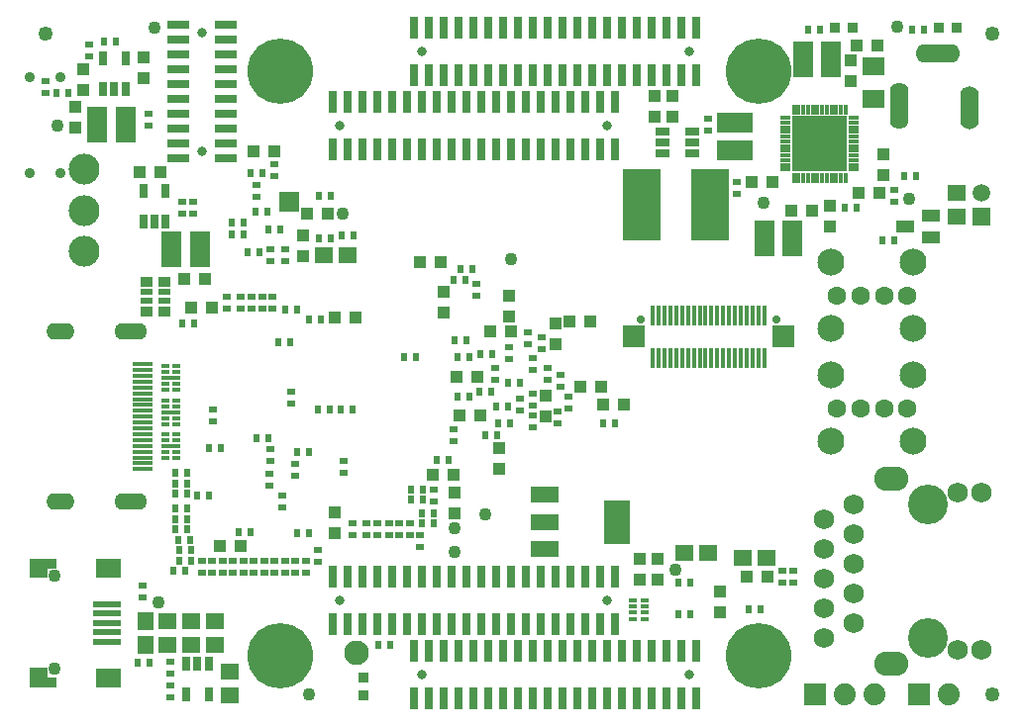
<source format=gbr>
%TF.GenerationSoftware,KiCad,Pcbnew,5.1.6-c6e7f7d~87~ubuntu18.04.1*%
%TF.CreationDate,2021-10-07T16:54:21+03:00*%
%TF.ProjectId,STMP157-OLinuXino-LIME2_Rev_B1,53544d50-3135-4372-9d4f-4c696e755869,B1*%
%TF.SameCoordinates,Original*%
%TF.FileFunction,Soldermask,Top*%
%TF.FilePolarity,Negative*%
%FSLAX46Y46*%
G04 Gerber Fmt 4.6, Leading zero omitted, Abs format (unit mm)*
G04 Created by KiCad (PCBNEW 5.1.6-c6e7f7d~87~ubuntu18.04.1) date 2021-10-07 16:54:21*
%MOMM*%
%LPD*%
G01*
G04 APERTURE LIST*
%ADD10C,0.100000*%
%ADD11R,0.351600X1.701600*%
%ADD12C,0.701600*%
%ADD13R,1.901600X1.901600*%
%ADD14C,3.401600*%
%ADD15O,2.901600X2.101600*%
%ADD16C,1.751600*%
%ADD17C,1.101600*%
%ADD18C,0.901600*%
%ADD19O,3.801600X1.601600*%
%ADD20O,1.601600X3.701600*%
%ADD21O,1.601600X4.001600*%
%ADD22R,1.901600X0.801600*%
%ADD23C,0.801600*%
%ADD24R,0.801600X1.901600*%
%ADD25R,2.431600X2.431600*%
%ADD26R,0.301600X0.901600*%
%ADD27R,0.901600X0.301600*%
%ADD28C,2.101600*%
%ADD29R,0.601600X0.651600*%
%ADD30R,1.625600X1.371600*%
%ADD31R,1.701600X1.701600*%
%ADD32R,0.651600X0.601600*%
%ADD33R,1.117600X1.117600*%
%ADD34R,0.651600X1.301600*%
%ADD35R,2.351600X0.601600*%
%ADD36O,2.401600X1.401600*%
%ADD37R,1.700000X0.350000*%
%ADD38O,2.801600X1.401600*%
%ADD39C,2.641600*%
%ADD40R,0.901600X0.901600*%
%ADD41R,3.301600X6.101600*%
%ADD42R,1.701600X3.101600*%
%ADD43R,1.371600X1.625600*%
%ADD44R,1.501600X1.501600*%
%ADD45C,1.501600*%
%ADD46R,1.117600X0.863600*%
%ADD47R,1.117600X0.609600*%
%ADD48R,0.726600X0.426600*%
%ADD49R,0.726600X0.351600*%
%ADD50R,0.776600X0.301600*%
%ADD51R,0.876600X0.401600*%
%ADD52R,1.301600X0.651600*%
%ADD53C,2.301600*%
%ADD54C,1.601600*%
%ADD55R,2.336800X1.320800*%
%ADD56R,2.301600X3.701600*%
%ADD57R,3.101600X1.701600*%
%ADD58R,1.879600X1.879600*%
%ADD59C,1.879600*%
%ADD60R,1.501600X1.101600*%
%ADD61C,1.254000*%
%ADD62R,1.879600X1.625600*%
%ADD63C,1.001600*%
%ADD64C,5.601600*%
G04 APERTURE END LIST*
D10*
%TO.C,USB-OTG1*%
G36*
X103225600Y-97820000D02*
G01*
X101698000Y-97820000D01*
X101698000Y-99484600D01*
X103225600Y-99484600D01*
X103225600Y-97820000D01*
G37*
G36*
X103225600Y-88480000D02*
G01*
X101698000Y-88480000D01*
X101698000Y-90144600D01*
X103225600Y-90144600D01*
X103225600Y-88480000D01*
G37*
G36*
X109548000Y-88480000D02*
G01*
X107398000Y-88480000D01*
X107398000Y-90080000D01*
X109548000Y-90080000D01*
X109548000Y-88480000D01*
G37*
G36*
X109548000Y-97880000D02*
G01*
X107398000Y-97880000D01*
X107398000Y-99480000D01*
X109548000Y-99480000D01*
X109548000Y-97880000D01*
G37*
G36*
X104018000Y-88480000D02*
G01*
X103220400Y-88480000D01*
X103220400Y-89330000D01*
X104018000Y-89330000D01*
X104018000Y-88480000D01*
G37*
G36*
X104018000Y-98630000D02*
G01*
X103220400Y-98630000D01*
X103220400Y-99480000D01*
X104018000Y-99480000D01*
X104018000Y-98630000D01*
G37*
%TD*%
D11*
%TO.C,Flash_Con1*%
X160516000Y-67669000D03*
X159016000Y-71269000D03*
X155016000Y-67669000D03*
X161016000Y-71269000D03*
X162016000Y-67669000D03*
X155016000Y-71269000D03*
X164516000Y-71269000D03*
X161516000Y-71269000D03*
X164516000Y-67669000D03*
X158016000Y-71269000D03*
X158516000Y-71269000D03*
X163516000Y-71269000D03*
X160516000Y-71269000D03*
X163016000Y-71269000D03*
X163016000Y-67669000D03*
X158516000Y-67669000D03*
X162516000Y-71269000D03*
X162516000Y-67669000D03*
X157516000Y-71269000D03*
X161016000Y-67669000D03*
X163516000Y-67669000D03*
X159016000Y-67669000D03*
X160016000Y-67669000D03*
X160016000Y-71269000D03*
X164016000Y-71269000D03*
X156016000Y-67669000D03*
X164016000Y-67669000D03*
X159516000Y-67669000D03*
X156516000Y-67669000D03*
X159516000Y-71269000D03*
X157016000Y-71269000D03*
X156016000Y-71269000D03*
X156516000Y-71269000D03*
X162016000Y-71269000D03*
X157016000Y-67669000D03*
X157516000Y-67669000D03*
X161516000Y-67669000D03*
X158016000Y-67669000D03*
X155516000Y-71269000D03*
X155516000Y-67669000D03*
D12*
X165566000Y-67969000D03*
X153966000Y-67969000D03*
D13*
X166166000Y-69469000D03*
X153366000Y-69469000D03*
%TD*%
D14*
%TO.C,LAN1*%
X178562000Y-95250000D03*
X178562000Y-83820000D03*
D15*
X175362000Y-97435000D03*
X175362000Y-81635000D03*
D16*
X183134000Y-96266000D03*
X181102000Y-96266000D03*
X183134000Y-82804000D03*
X181102000Y-82804000D03*
X169672000Y-95250000D03*
X172212000Y-93980000D03*
X169672000Y-92710000D03*
X172212000Y-91440000D03*
X169672000Y-90170000D03*
X172212000Y-88900000D03*
X169672000Y-87630000D03*
X172212000Y-86360000D03*
X169672000Y-85090000D03*
X172212000Y-83820000D03*
%TD*%
D17*
%TO.C,+5V_EXT1*%
X175895000Y-42926000D03*
%TD*%
%TO.C,+1.2V_HDMI1*%
X128524000Y-58928000D03*
%TD*%
%TO.C,VBUS1*%
X112776000Y-92202000D03*
%TD*%
%TO.C,1.25_EXT1*%
X156972000Y-89408000D03*
%TD*%
%TO.C,1.2V_VDDCORE1*%
X142875000Y-62865000D03*
%TD*%
%TO.C,1.35V_DDR1*%
X138049000Y-85852000D03*
%TD*%
%TO.C,3.3V1*%
X104140000Y-51435000D03*
%TD*%
%TO.C,GND1*%
X125603000Y-100076000D03*
%TD*%
%TO.C,IPS1*%
X112395000Y-43053000D03*
%TD*%
%TO.C,VDD_USB1*%
X140716000Y-84709000D03*
%TD*%
%TO.C,+2.8V1*%
X138049000Y-87884000D03*
%TD*%
%TO.C,VBAT-RTC1*%
X176911000Y-57658000D03*
%TD*%
%TO.C,VDD-FLASH1*%
X164465000Y-58039000D03*
%TD*%
D18*
%TO.C,PWRON1*%
X104394000Y-47244000D03*
X101727000Y-47244000D03*
%TD*%
%TO.C,RESET1*%
X104394000Y-55499000D03*
X101727000Y-55499000D03*
%TD*%
D19*
%TO.C,PWR1*%
X179345000Y-45258000D03*
D20*
X182091000Y-49858000D03*
D21*
X176091000Y-49708000D03*
%TD*%
D22*
%TO.C,GPIO4*%
X118491000Y-54229000D03*
X114427000Y-54229000D03*
X118491000Y-52959000D03*
X114427000Y-52959000D03*
X118491000Y-51689000D03*
X114427000Y-51689000D03*
X118491000Y-50419000D03*
X114427000Y-50419000D03*
X118491000Y-49149000D03*
X114427000Y-49149000D03*
X118491000Y-47879000D03*
X114427000Y-47879000D03*
X118491000Y-46609000D03*
X114427000Y-46609000D03*
X118491000Y-45339000D03*
X114427000Y-45339000D03*
X118491000Y-44069000D03*
X114427000Y-44069000D03*
X118491000Y-42799000D03*
X114427000Y-42799000D03*
D23*
X116459000Y-43434000D03*
X116459000Y-53594000D03*
%TD*%
%TO.C,GPIO-1*%
X128270000Y-51435000D03*
D24*
X139065000Y-49403000D03*
X139065000Y-53467000D03*
X137795000Y-49403000D03*
X137795000Y-53467000D03*
X136525000Y-49403000D03*
X136525000Y-53467000D03*
X135255000Y-49403000D03*
X135255000Y-53467000D03*
X133985000Y-49403000D03*
X133985000Y-53467000D03*
X132715000Y-49403000D03*
X132715000Y-53467000D03*
X131445000Y-49403000D03*
X131445000Y-53467000D03*
X130175000Y-49403000D03*
X130175000Y-53467000D03*
X128905000Y-49403000D03*
X128905000Y-53467000D03*
X127635000Y-49403000D03*
X127635000Y-53467000D03*
X140335000Y-53467000D03*
X140335000Y-49403000D03*
X141605000Y-53467000D03*
X141605000Y-49403000D03*
X142875000Y-53467000D03*
X142875000Y-49403000D03*
X144145000Y-53467000D03*
X144145000Y-49403000D03*
X145415000Y-53467000D03*
X145415000Y-49403000D03*
X146685000Y-53467000D03*
X146685000Y-49403000D03*
X147955000Y-53467000D03*
X147955000Y-49403000D03*
X149225000Y-53467000D03*
X149225000Y-49403000D03*
X150495000Y-53467000D03*
X150495000Y-49403000D03*
X151765000Y-53467000D03*
X151765000Y-49403000D03*
D23*
X151130000Y-51435000D03*
%TD*%
%TO.C,GPIO-2*%
X151130000Y-92075000D03*
D24*
X151765000Y-90043000D03*
X151765000Y-94107000D03*
X150495000Y-90043000D03*
X150495000Y-94107000D03*
X149225000Y-90043000D03*
X149225000Y-94107000D03*
X147955000Y-90043000D03*
X147955000Y-94107000D03*
X146685000Y-90043000D03*
X146685000Y-94107000D03*
X145415000Y-90043000D03*
X145415000Y-94107000D03*
X144145000Y-90043000D03*
X144145000Y-94107000D03*
X142875000Y-90043000D03*
X142875000Y-94107000D03*
X141605000Y-90043000D03*
X141605000Y-94107000D03*
X140335000Y-90043000D03*
X140335000Y-94107000D03*
X127635000Y-94107000D03*
X127635000Y-90043000D03*
X128905000Y-94107000D03*
X128905000Y-90043000D03*
X130175000Y-94107000D03*
X130175000Y-90043000D03*
X131445000Y-94107000D03*
X131445000Y-90043000D03*
X132715000Y-94107000D03*
X132715000Y-90043000D03*
X133985000Y-94107000D03*
X133985000Y-90043000D03*
X135255000Y-94107000D03*
X135255000Y-90043000D03*
X136525000Y-94107000D03*
X136525000Y-90043000D03*
X137795000Y-94107000D03*
X137795000Y-90043000D03*
X139065000Y-94107000D03*
X139065000Y-90043000D03*
D23*
X128270000Y-92075000D03*
%TD*%
D25*
%TO.C,U18*%
X168104000Y-54124000D03*
X168104000Y-51794000D03*
X170434000Y-51794000D03*
X170434000Y-54124000D03*
D26*
X167069000Y-50039000D03*
X167469000Y-50039000D03*
X167869000Y-50039000D03*
X168269000Y-50039000D03*
X168669000Y-50039000D03*
X169069000Y-50039000D03*
X169469000Y-50039000D03*
X169869000Y-50039000D03*
X170269000Y-50039000D03*
X170669000Y-50039000D03*
X171069000Y-50039000D03*
X171469000Y-50039000D03*
D27*
X172189000Y-50759000D03*
X172189000Y-51159000D03*
X172189000Y-51559000D03*
X172189000Y-51959000D03*
X172189000Y-52359000D03*
X172189000Y-52759000D03*
X172189000Y-53159000D03*
X172189000Y-53559000D03*
X172189000Y-53959000D03*
X172189000Y-54359000D03*
X172189000Y-54759000D03*
X172189000Y-55159000D03*
D26*
X171469000Y-55879000D03*
X171069000Y-55879000D03*
X170669000Y-55879000D03*
X170269000Y-55879000D03*
X169869000Y-55879000D03*
X169469000Y-55879000D03*
X169069000Y-55879000D03*
X168669000Y-55879000D03*
X168269000Y-55879000D03*
X167869000Y-55879000D03*
X167469000Y-55879000D03*
X167069000Y-55879000D03*
D27*
X166349000Y-55159000D03*
X166349000Y-54759000D03*
X166349000Y-54359000D03*
X166349000Y-53959000D03*
X166349000Y-53559000D03*
X166349000Y-53159000D03*
X166349000Y-52759000D03*
X166349000Y-52359000D03*
X166349000Y-51959000D03*
X166349000Y-51559000D03*
X166349000Y-51159000D03*
X166349000Y-50759000D03*
%TD*%
D28*
%TO.C,U19*%
X129667000Y-96520000D03*
%TD*%
D29*
%TO.C,R130*%
X112014000Y-97409000D03*
X110998000Y-97409000D03*
%TD*%
D30*
%TO.C,L7*%
X126873000Y-62484000D03*
X128905000Y-62484000D03*
%TD*%
D31*
%TO.C,U8*%
X123952000Y-57912000D03*
%TD*%
D32*
%TO.C,C13*%
X133350000Y-85471000D03*
X133350000Y-86487000D03*
%TD*%
D33*
%TO.C,C90*%
X156718000Y-50673000D03*
X156718000Y-48895000D03*
%TD*%
D34*
%TO.C,U12*%
X115128000Y-100106000D03*
X117028000Y-100106000D03*
X115128000Y-97506000D03*
X116078000Y-97506000D03*
X117028000Y-97506000D03*
%TD*%
D35*
%TO.C,USB-OTG1*%
X108370000Y-92380000D03*
X108370000Y-93180000D03*
X108370000Y-93980000D03*
X108370000Y-94780000D03*
X108370000Y-95580000D03*
%TD*%
D32*
%TO.C,R18*%
X117348000Y-89662000D03*
X117348000Y-88646000D03*
%TD*%
%TO.C,C75*%
X122301000Y-61976000D03*
X122301000Y-62992000D03*
%TD*%
D29*
%TO.C,C78*%
X120650000Y-55499000D03*
X121666000Y-55499000D03*
%TD*%
D33*
%TO.C,C79*%
X125476000Y-58928000D03*
X127254000Y-58928000D03*
%TD*%
D32*
%TO.C,C80*%
X122682000Y-55753000D03*
X122682000Y-54737000D03*
%TD*%
D29*
%TO.C,C82*%
X122174000Y-60325000D03*
X123190000Y-60325000D03*
%TD*%
D32*
%TO.C,C83*%
X121158000Y-56515000D03*
X121158000Y-57531000D03*
%TD*%
D29*
%TO.C,C84*%
X121031000Y-58801000D03*
X122047000Y-58801000D03*
%TD*%
%TO.C,C85*%
X118999000Y-60706000D03*
X120015000Y-60706000D03*
%TD*%
%TO.C,R87*%
X120015000Y-59690000D03*
X118999000Y-59690000D03*
%TD*%
D30*
%TO.C,C87*%
X180975000Y-59182000D03*
X180975000Y-57150000D03*
%TD*%
D36*
%TO.C,HDMI1*%
X104341000Y-69027000D03*
D37*
X111341000Y-71827000D03*
X111341000Y-72327000D03*
X111341000Y-72827000D03*
X111341000Y-73327000D03*
X111341000Y-73827000D03*
X111341000Y-74327000D03*
X111341000Y-74827000D03*
X111341000Y-75327000D03*
X111341000Y-75827000D03*
X111341000Y-76327000D03*
X111341000Y-76827000D03*
X111341000Y-77327000D03*
X111341000Y-77827000D03*
X111341000Y-78327000D03*
X111341000Y-78827000D03*
X111341000Y-79327000D03*
X111341000Y-79827000D03*
X111341000Y-80327000D03*
X111341000Y-80827000D03*
D36*
X104341000Y-83627000D03*
D38*
X110391000Y-83627000D03*
X110391000Y-69027000D03*
%TD*%
D33*
%TO.C,C1*%
X138049000Y-84582000D03*
X138049000Y-82804000D03*
%TD*%
%TO.C,C2*%
X137989000Y-81300000D03*
X136211000Y-81300000D03*
%TD*%
D29*
%TO.C,C3*%
X138292000Y-71200000D03*
X139308000Y-71200000D03*
%TD*%
D33*
%TO.C,C4*%
X138211000Y-72900000D03*
X139989000Y-72900000D03*
%TD*%
D32*
%TO.C,C5*%
X138000000Y-78408000D03*
X138000000Y-77392000D03*
%TD*%
D33*
%TO.C,C6*%
X137100000Y-67399000D03*
X137100000Y-65621000D03*
%TD*%
D29*
%TO.C,C7*%
X139108000Y-69800000D03*
X138092000Y-69800000D03*
%TD*%
%TO.C,C8*%
X137558000Y-80000000D03*
X136542000Y-80000000D03*
%TD*%
%TO.C,C9*%
X135255000Y-84582000D03*
X136271000Y-84582000D03*
%TD*%
D32*
%TO.C,C10*%
X136271000Y-82550000D03*
X136271000Y-83566000D03*
%TD*%
D29*
%TO.C,C11*%
X134366000Y-82550000D03*
X135382000Y-82550000D03*
%TD*%
D32*
%TO.C,C12*%
X130556000Y-86487000D03*
X130556000Y-85471000D03*
%TD*%
%TO.C,C14*%
X119800000Y-67108000D03*
X119800000Y-66092000D03*
%TD*%
%TO.C,C15*%
X118600000Y-67108000D03*
X118600000Y-66092000D03*
%TD*%
D29*
%TO.C,C16*%
X124608000Y-67200000D03*
X123592000Y-67200000D03*
%TD*%
%TO.C,C17*%
X124008000Y-69977000D03*
X122992000Y-69977000D03*
%TD*%
%TO.C,C18*%
X127408000Y-75700000D03*
X126392000Y-75700000D03*
%TD*%
D32*
%TO.C,C19*%
X117400000Y-75692000D03*
X117400000Y-76708000D03*
%TD*%
D29*
%TO.C,C20*%
X128292000Y-75700000D03*
X129308000Y-75700000D03*
%TD*%
D32*
%TO.C,C21*%
X124100000Y-75208000D03*
X124100000Y-74192000D03*
%TD*%
D29*
%TO.C,C22*%
X126608000Y-68000000D03*
X125592000Y-68000000D03*
%TD*%
D33*
%TO.C,C23*%
X117289000Y-67000000D03*
X115511000Y-67000000D03*
%TD*%
%TO.C,C24*%
X129589000Y-67800000D03*
X127811000Y-67800000D03*
%TD*%
D32*
%TO.C,C25*%
X126365000Y-88773000D03*
X126365000Y-87757000D03*
%TD*%
D29*
%TO.C,C26*%
X117092000Y-79000000D03*
X118108000Y-79000000D03*
%TD*%
%TO.C,C27*%
X124592000Y-86300000D03*
X125608000Y-86300000D03*
%TD*%
D32*
%TO.C,C28*%
X129300000Y-86508000D03*
X129300000Y-85492000D03*
%TD*%
%TO.C,C29*%
X122200000Y-82208000D03*
X122200000Y-81192000D03*
%TD*%
D29*
%TO.C,C30*%
X119592000Y-86200000D03*
X120608000Y-86200000D03*
%TD*%
%TO.C,C31*%
X125608000Y-79375000D03*
X124592000Y-79375000D03*
%TD*%
D32*
%TO.C,C32*%
X124400000Y-80392000D03*
X124400000Y-81408000D03*
%TD*%
%TO.C,C33*%
X128600000Y-81108000D03*
X128600000Y-80092000D03*
%TD*%
D33*
%TO.C,C34*%
X119789000Y-87376000D03*
X118011000Y-87376000D03*
%TD*%
%TO.C,C35*%
X127800000Y-86289000D03*
X127800000Y-84511000D03*
%TD*%
D29*
%TO.C,C36*%
X115189000Y-85979000D03*
X114173000Y-85979000D03*
%TD*%
%TO.C,C37*%
X115062000Y-89535000D03*
X114046000Y-89535000D03*
%TD*%
D32*
%TO.C,C38*%
X119126000Y-89662000D03*
X119126000Y-88646000D03*
%TD*%
%TO.C,C39*%
X125349000Y-89662000D03*
X125349000Y-88646000D03*
%TD*%
D29*
%TO.C,C41*%
X151808000Y-76900000D03*
X150792000Y-76900000D03*
%TD*%
D33*
%TO.C,C47*%
X155448000Y-90297000D03*
X155448000Y-88519000D03*
%TD*%
%TO.C,C52*%
X164846000Y-90043000D03*
X163068000Y-90043000D03*
%TD*%
D29*
%TO.C,C55*%
X164211000Y-92837000D03*
X163195000Y-92837000D03*
%TD*%
%TO.C,C56*%
X158242000Y-93218000D03*
X157226000Y-93218000D03*
%TD*%
%TO.C,C57*%
X158242000Y-90551000D03*
X157226000Y-90551000D03*
%TD*%
D33*
%TO.C,C64*%
X160782000Y-91313000D03*
X160782000Y-93091000D03*
%TD*%
D32*
%TO.C,C69*%
X166116000Y-90551000D03*
X166116000Y-89535000D03*
%TD*%
%TO.C,C70*%
X167005000Y-89535000D03*
X167005000Y-90551000D03*
%TD*%
D33*
%TO.C,C72*%
X125095000Y-62611000D03*
X125095000Y-60833000D03*
%TD*%
D29*
%TO.C,C73*%
X121412000Y-62230000D03*
X120396000Y-62230000D03*
%TD*%
D32*
%TO.C,C74*%
X123571000Y-61976000D03*
X123571000Y-62992000D03*
%TD*%
D33*
%TO.C,C76*%
X122682000Y-53594000D03*
X120904000Y-53594000D03*
%TD*%
D29*
%TO.C,C77*%
X126492000Y-61087000D03*
X127508000Y-61087000D03*
%TD*%
%TO.C,C81*%
X127508000Y-57404000D03*
X126492000Y-57404000D03*
%TD*%
D33*
%TO.C,C86*%
X170180000Y-60071000D03*
X170180000Y-58293000D03*
%TD*%
%TO.C,C91*%
X155194000Y-48895000D03*
X155194000Y-50673000D03*
%TD*%
%TO.C,C95*%
X172593000Y-57150000D03*
X174371000Y-57150000D03*
%TD*%
%TO.C,C101*%
X106299000Y-48387000D03*
X106299000Y-46609000D03*
%TD*%
%TO.C,C102*%
X116713000Y-64516000D03*
X114935000Y-64516000D03*
%TD*%
%TO.C,C103*%
X105664000Y-51562000D03*
X105664000Y-49784000D03*
%TD*%
%TO.C,C106*%
X172466000Y-44577000D03*
X174244000Y-44577000D03*
%TD*%
%TO.C,C108*%
X174752000Y-55626000D03*
X174752000Y-53848000D03*
%TD*%
%TO.C,C109*%
X165227000Y-56261000D03*
X163449000Y-56261000D03*
%TD*%
%TO.C,C112*%
X171958000Y-45847000D03*
X171958000Y-47625000D03*
%TD*%
%TO.C,C135*%
X142700000Y-67739000D03*
X142700000Y-65961000D03*
%TD*%
%TO.C,C137*%
X138511000Y-76200000D03*
X140289000Y-76200000D03*
%TD*%
%TO.C,C138*%
X141111000Y-69000000D03*
X142889000Y-69000000D03*
%TD*%
%TO.C,C139*%
X146700000Y-70089000D03*
X146700000Y-68311000D03*
%TD*%
D32*
%TO.C,C140*%
X145500000Y-69492000D03*
X145500000Y-70508000D03*
%TD*%
%TO.C,C141*%
X141500000Y-73208000D03*
X141500000Y-72192000D03*
%TD*%
D29*
%TO.C,C142*%
X142592000Y-73400000D03*
X143608000Y-73400000D03*
%TD*%
%TO.C,C143*%
X141208000Y-74200000D03*
X140192000Y-74200000D03*
%TD*%
%TO.C,C144*%
X142608000Y-75500000D03*
X141592000Y-75500000D03*
%TD*%
%TO.C,C145*%
X140292000Y-71000000D03*
X141308000Y-71000000D03*
%TD*%
D32*
%TO.C,C146*%
X144700000Y-72308000D03*
X144700000Y-71292000D03*
%TD*%
D33*
%TO.C,C147*%
X149689000Y-68200000D03*
X147911000Y-68200000D03*
%TD*%
%TO.C,C148*%
X141900000Y-79011000D03*
X141900000Y-80789000D03*
%TD*%
%TO.C,C149*%
X150589000Y-73800000D03*
X148811000Y-73800000D03*
%TD*%
%TO.C,C150*%
X145850000Y-74511000D03*
X145850000Y-76289000D03*
%TD*%
D32*
%TO.C,C151*%
X143600000Y-75808000D03*
X143600000Y-74792000D03*
%TD*%
D29*
%TO.C,C152*%
X142808000Y-76900000D03*
X141792000Y-76900000D03*
%TD*%
D32*
%TO.C,C153*%
X144700000Y-77208000D03*
X144700000Y-76192000D03*
%TD*%
D29*
%TO.C,C154*%
X140692000Y-77900000D03*
X141708000Y-77900000D03*
%TD*%
D32*
%TO.C,C155*%
X144700000Y-75408000D03*
X144700000Y-74392000D03*
%TD*%
%TO.C,C156*%
X147800000Y-75608000D03*
X147800000Y-74592000D03*
%TD*%
D33*
%TO.C,C157*%
X150749000Y-75311000D03*
X152527000Y-75311000D03*
%TD*%
D32*
%TO.C,C158*%
X146900000Y-76908000D03*
X146900000Y-75892000D03*
%TD*%
%TO.C,C159*%
X147100000Y-72792000D03*
X147100000Y-73808000D03*
%TD*%
D29*
%TO.C,C160*%
X139016000Y-64600000D03*
X138000000Y-64600000D03*
%TD*%
D32*
%TO.C,C161*%
X146000000Y-73208000D03*
X146000000Y-72192000D03*
%TD*%
D29*
%TO.C,C162*%
X139608000Y-63700000D03*
X138592000Y-63700000D03*
%TD*%
D32*
%TO.C,C165*%
X139900000Y-64992000D03*
X139900000Y-66008000D03*
%TD*%
D33*
%TO.C,C166*%
X136906000Y-63119000D03*
X135128000Y-63119000D03*
%TD*%
D30*
%TO.C,C168*%
X118872000Y-100203000D03*
X118872000Y-98171000D03*
%TD*%
%TO.C,C172*%
X117602000Y-93853000D03*
X117602000Y-95885000D03*
%TD*%
%TO.C,C174*%
X115570000Y-93853000D03*
X115570000Y-95885000D03*
%TD*%
%TO.C,C178*%
X113538000Y-95885000D03*
X113538000Y-93853000D03*
%TD*%
D32*
%TO.C,C181*%
X111379000Y-90805000D03*
X111379000Y-91821000D03*
%TD*%
D39*
%TO.C,CAN1*%
X106426000Y-58674000D03*
X106426000Y-62174000D03*
X106426000Y-55174000D03*
%TD*%
D40*
%TO.C,CHGLED1*%
X172085000Y-43053000D03*
X170561000Y-43053000D03*
%TD*%
D23*
%TO.C,GPIO-3*%
X135255000Y-98425000D03*
D24*
X146050000Y-96393000D03*
X146050000Y-100457000D03*
X144780000Y-96393000D03*
X144780000Y-100457000D03*
X143510000Y-96393000D03*
X143510000Y-100457000D03*
X142240000Y-96393000D03*
X142240000Y-100457000D03*
X140970000Y-96393000D03*
X140970000Y-100457000D03*
X139700000Y-96393000D03*
X139700000Y-100457000D03*
X138430000Y-96393000D03*
X138430000Y-100457000D03*
X137160000Y-96393000D03*
X137160000Y-100457000D03*
X135890000Y-96393000D03*
X135890000Y-100457000D03*
X134620000Y-96393000D03*
X134620000Y-100457000D03*
X147320000Y-100457000D03*
X147320000Y-96393000D03*
X148590000Y-100457000D03*
X148590000Y-96393000D03*
X149860000Y-100457000D03*
X149860000Y-96393000D03*
X151130000Y-100457000D03*
X151130000Y-96393000D03*
X152400000Y-100457000D03*
X152400000Y-96393000D03*
X153670000Y-100457000D03*
X153670000Y-96393000D03*
X154940000Y-100457000D03*
X154940000Y-96393000D03*
X156210000Y-100457000D03*
X156210000Y-96393000D03*
X157480000Y-100457000D03*
X157480000Y-96393000D03*
X158750000Y-100457000D03*
X158750000Y-96393000D03*
D23*
X158115000Y-98425000D03*
%TD*%
D30*
%TO.C,L2*%
X164719000Y-88392000D03*
X162687000Y-88392000D03*
%TD*%
%TO.C,L3*%
X159766000Y-88011000D03*
X157734000Y-88011000D03*
%TD*%
D41*
%TO.C,L8*%
X154072000Y-58166000D03*
X159872000Y-58166000D03*
%TD*%
D42*
%TO.C,L10*%
X109912000Y-51308000D03*
X107512000Y-51308000D03*
%TD*%
D43*
%TO.C,L14*%
X111633000Y-93853000D03*
X111633000Y-95885000D03*
%TD*%
D23*
%TO.C,LCD_CON1*%
X158115000Y-45085000D03*
D24*
X158750000Y-43053000D03*
X158750000Y-47117000D03*
X157480000Y-43053000D03*
X157480000Y-47117000D03*
X156210000Y-43053000D03*
X156210000Y-47117000D03*
X154940000Y-43053000D03*
X154940000Y-47117000D03*
X153670000Y-43053000D03*
X153670000Y-47117000D03*
X152400000Y-43053000D03*
X152400000Y-47117000D03*
X151130000Y-43053000D03*
X151130000Y-47117000D03*
X149860000Y-43053000D03*
X149860000Y-47117000D03*
X148590000Y-43053000D03*
X148590000Y-47117000D03*
X147320000Y-43053000D03*
X147320000Y-47117000D03*
X134620000Y-47117000D03*
X134620000Y-43053000D03*
X135890000Y-47117000D03*
X135890000Y-43053000D03*
X137160000Y-47117000D03*
X137160000Y-43053000D03*
X138430000Y-47117000D03*
X138430000Y-43053000D03*
X139700000Y-47117000D03*
X139700000Y-43053000D03*
X140970000Y-47117000D03*
X140970000Y-43053000D03*
X142240000Y-47117000D03*
X142240000Y-43053000D03*
X143510000Y-47117000D03*
X143510000Y-43053000D03*
X144780000Y-47117000D03*
X144780000Y-43053000D03*
X146050000Y-47117000D03*
X146050000Y-43053000D03*
D23*
X135255000Y-45085000D03*
%TD*%
D44*
%TO.C,LIPO_BAT1*%
X183131460Y-59199780D03*
D45*
X183128920Y-57188100D03*
%TD*%
D17*
%TO.C,MICRO_SD1*%
X103809800Y-97917000D03*
X103809800Y-89916000D03*
%TD*%
D40*
%TO.C,PWRLED1*%
X179451000Y-43053000D03*
X180975000Y-43053000D03*
%TD*%
D29*
%TO.C,R1*%
X135255000Y-85471000D03*
X136271000Y-85471000D03*
%TD*%
%TO.C,R4*%
X134747000Y-71247000D03*
X133731000Y-71247000D03*
%TD*%
%TO.C,R5*%
X135382000Y-83439000D03*
X134366000Y-83439000D03*
%TD*%
D32*
%TO.C,R6*%
X131445000Y-86487000D03*
X131445000Y-85471000D03*
%TD*%
%TO.C,R7*%
X132461000Y-85471000D03*
X132461000Y-86487000D03*
%TD*%
%TO.C,R8*%
X121600000Y-67100000D03*
X121600000Y-66084000D03*
%TD*%
%TO.C,R9*%
X120700000Y-66092000D03*
X120700000Y-67108000D03*
%TD*%
D29*
%TO.C,R10*%
X114808000Y-68326000D03*
X115824000Y-68326000D03*
%TD*%
D32*
%TO.C,R11*%
X123317000Y-84074000D03*
X123317000Y-83058000D03*
%TD*%
%TO.C,R12*%
X134239000Y-85471000D03*
X134239000Y-86487000D03*
%TD*%
%TO.C,R13*%
X122300000Y-79092000D03*
X122300000Y-80108000D03*
%TD*%
D29*
%TO.C,R14*%
X122108000Y-78200000D03*
X121092000Y-78200000D03*
%TD*%
%TO.C,R16*%
X115189000Y-85090000D03*
X114173000Y-85090000D03*
%TD*%
%TO.C,R17*%
X115443000Y-86868000D03*
X114427000Y-86868000D03*
%TD*%
D32*
%TO.C,R20*%
X118237000Y-88646000D03*
X118237000Y-89662000D03*
%TD*%
D29*
%TO.C,R21*%
X115189000Y-81153000D03*
X114173000Y-81153000D03*
%TD*%
D32*
%TO.C,R22*%
X116459000Y-89662000D03*
X116459000Y-88646000D03*
%TD*%
D29*
%TO.C,R23*%
X115189000Y-82042000D03*
X114173000Y-82042000D03*
%TD*%
%TO.C,R24*%
X114554000Y-88646000D03*
X115570000Y-88646000D03*
%TD*%
%TO.C,R26*%
X114173000Y-84201000D03*
X115189000Y-84201000D03*
%TD*%
%TO.C,R28*%
X114554000Y-87757000D03*
X115570000Y-87757000D03*
%TD*%
%TO.C,R29*%
X115189000Y-82931000D03*
X114173000Y-82931000D03*
%TD*%
D32*
%TO.C,R34*%
X120015000Y-89662000D03*
X120015000Y-88646000D03*
%TD*%
%TO.C,R35*%
X120904000Y-88646000D03*
X120904000Y-89662000D03*
%TD*%
%TO.C,R36*%
X121793000Y-89662000D03*
X121793000Y-88646000D03*
%TD*%
%TO.C,R37*%
X123571000Y-89662000D03*
X123571000Y-88646000D03*
%TD*%
%TO.C,R38*%
X124460000Y-88646000D03*
X124460000Y-89662000D03*
%TD*%
%TO.C,R39*%
X122682000Y-89662000D03*
X122682000Y-88646000D03*
%TD*%
%TO.C,R44*%
X175641000Y-56896000D03*
X175641000Y-57912000D03*
%TD*%
%TO.C,R47*%
X135128000Y-87503000D03*
X135128000Y-86487000D03*
%TD*%
D29*
%TO.C,R52*%
X169291000Y-43180000D03*
X168275000Y-43180000D03*
%TD*%
D33*
%TO.C,R57*%
X153924000Y-90297000D03*
X153924000Y-88519000D03*
%TD*%
D29*
%TO.C,R89*%
X129413000Y-60833000D03*
X128397000Y-60833000D03*
%TD*%
D32*
%TO.C,R97*%
X162179000Y-56261000D03*
X162179000Y-57277000D03*
%TD*%
%TO.C,R98*%
X159766000Y-50800000D03*
X159766000Y-51816000D03*
%TD*%
D29*
%TO.C,R99*%
X171450000Y-58420000D03*
X172466000Y-58420000D03*
%TD*%
%TO.C,R101*%
X177165000Y-43180000D03*
X178181000Y-43180000D03*
%TD*%
D32*
%TO.C,R112*%
X115697000Y-58928000D03*
X115697000Y-57912000D03*
%TD*%
%TO.C,R113*%
X114808000Y-58928000D03*
X114808000Y-57912000D03*
%TD*%
%TO.C,R115*%
X106807000Y-45466000D03*
X106807000Y-44450000D03*
%TD*%
D29*
%TO.C,R116*%
X108077000Y-44196000D03*
X109093000Y-44196000D03*
%TD*%
D32*
%TO.C,R117*%
X113792000Y-99314000D03*
X113792000Y-100330000D03*
%TD*%
%TO.C,R124*%
X113792000Y-98298000D03*
X113792000Y-97282000D03*
%TD*%
D46*
%TO.C,RM1*%
X111760000Y-67310000D03*
X113284000Y-67310000D03*
X111760000Y-64770000D03*
X113284000Y-64770000D03*
D47*
X111760000Y-66421000D03*
X111760000Y-65659000D03*
X113284000Y-66421000D03*
X113284000Y-65659000D03*
%TD*%
D48*
%TO.C,RM2*%
X154309500Y-93627000D03*
X153284500Y-93627000D03*
D49*
X154309500Y-93087000D03*
X153284500Y-93087000D03*
X154309500Y-92587000D03*
X153284500Y-92587000D03*
D48*
X154309500Y-92047000D03*
X153284500Y-92047000D03*
%TD*%
D50*
%TO.C,U5*%
X114229500Y-79867000D03*
X114229500Y-79367000D03*
D51*
X114179500Y-78867000D03*
D50*
X114229500Y-78367000D03*
X114229500Y-77867000D03*
X113354500Y-77867000D03*
X113354500Y-78367000D03*
D51*
X113404500Y-78867000D03*
D50*
X113354500Y-79367000D03*
X113354500Y-79867000D03*
%TD*%
%TO.C,U6*%
X113354500Y-76946000D03*
X113354500Y-76446000D03*
D51*
X113404500Y-75946000D03*
D50*
X113354500Y-75446000D03*
X113354500Y-74946000D03*
X114229500Y-74946000D03*
X114229500Y-75446000D03*
D51*
X114179500Y-75946000D03*
D50*
X114229500Y-76446000D03*
X114229500Y-76946000D03*
%TD*%
%TO.C,U7*%
X113354500Y-74025000D03*
X113354500Y-73525000D03*
D51*
X113404500Y-73025000D03*
D50*
X113354500Y-72525000D03*
X113354500Y-72025000D03*
X114229500Y-72025000D03*
X114229500Y-72525000D03*
D51*
X114179500Y-73025000D03*
D50*
X114229500Y-73525000D03*
X114229500Y-74025000D03*
%TD*%
D52*
%TO.C,U10*%
X155798900Y-53782000D03*
X155798900Y-52832000D03*
X155798900Y-51882000D03*
X158399100Y-51882000D03*
X158399100Y-52832000D03*
X158399100Y-53782000D03*
%TD*%
D53*
%TO.C,USB1*%
X170258600Y-68788400D03*
X170258600Y-63088400D03*
X177258600Y-68788400D03*
X177258600Y-63088400D03*
D54*
X176758600Y-65938400D03*
X174758600Y-65938400D03*
X172758600Y-65938400D03*
X170758600Y-65938400D03*
%TD*%
%TO.C,USB2*%
X170758600Y-75590400D03*
X172758600Y-75590400D03*
X174758600Y-75590400D03*
X176758600Y-75590400D03*
D53*
X177258600Y-72740400D03*
X177258600Y-78440400D03*
X170258600Y-72740400D03*
X170258600Y-78440400D03*
%TD*%
D55*
%TO.C,VR1*%
X145745200Y-83032600D03*
X145745200Y-85344000D03*
X145745200Y-87655400D03*
D56*
X151943000Y-85344000D03*
%TD*%
D42*
%TO.C,L11*%
X167837000Y-45720000D03*
X170237000Y-45720000D03*
%TD*%
D57*
%TO.C,L12*%
X162052000Y-53524000D03*
X162052000Y-51124000D03*
%TD*%
D29*
%TO.C,C186*%
X138292000Y-74600000D03*
X139308000Y-74600000D03*
%TD*%
D32*
%TO.C,R132*%
X122500000Y-66092000D03*
X122500000Y-67108000D03*
%TD*%
D29*
%TO.C,C190*%
X117094000Y-83058000D03*
X116078000Y-83058000D03*
%TD*%
D33*
%TO.C,C92*%
X111125000Y-55372000D03*
X112903000Y-55372000D03*
%TD*%
%TO.C,C93*%
X111506000Y-45593000D03*
X111506000Y-47371000D03*
%TD*%
D32*
%TO.C,C125*%
X142700000Y-71408000D03*
X142700000Y-70392000D03*
%TD*%
%TO.C,C126*%
X144300000Y-70108000D03*
X144300000Y-69092000D03*
%TD*%
D58*
%TO.C,DBG1*%
X168910000Y-100076000D03*
D59*
X171450000Y-100076000D03*
X173990000Y-100076000D03*
%TD*%
D60*
%TO.C,FET3*%
X178780440Y-61020960D03*
X178780440Y-59118500D03*
X176570640Y-60073540D03*
%TD*%
D61*
%TO.C,FID1*%
X184023000Y-100076000D03*
%TD*%
%TO.C,FID2*%
X184023000Y-43561000D03*
%TD*%
%TO.C,FID3*%
X103124000Y-43561000D03*
%TD*%
D42*
%TO.C,L9*%
X113862000Y-61976000D03*
X116262000Y-61976000D03*
%TD*%
D62*
%TO.C,R128*%
X173863000Y-49149000D03*
X173863000Y-46355000D03*
%TD*%
D29*
%TO.C,R137*%
X176530000Y-55753000D03*
X177546000Y-55753000D03*
%TD*%
%TO.C,R138*%
X175641000Y-61214000D03*
X174625000Y-61214000D03*
%TD*%
D34*
%TO.C,U11*%
X113345000Y-56993000D03*
X111445000Y-56993000D03*
X113345000Y-59593000D03*
X112395000Y-59593000D03*
X111445000Y-59593000D03*
%TD*%
%TO.C,U17*%
X109916000Y-45660000D03*
X108016000Y-45660000D03*
X109916000Y-48260000D03*
X108966000Y-48260000D03*
X108016000Y-48260000D03*
%TD*%
D29*
%TO.C,R102*%
X105029000Y-48641000D03*
X104013000Y-48641000D03*
%TD*%
D58*
%TO.C,BACKUP1*%
X177800000Y-100076000D03*
D59*
X180340000Y-100076000D03*
%TD*%
D63*
%TO.C,LIME2_PLATFORM1*%
X123130000Y-44595000D03*
X121480000Y-48195000D03*
X123130000Y-48995000D03*
X124830000Y-45345000D03*
X120930000Y-46795000D03*
X121480000Y-45345000D03*
X124830000Y-48195000D03*
X125380000Y-46795000D03*
X163980000Y-94595000D03*
X162330000Y-98195000D03*
X163980000Y-98995000D03*
X165680000Y-95345000D03*
X161780000Y-96795000D03*
X162330000Y-95345000D03*
X165680000Y-98195000D03*
X166230000Y-96795000D03*
X161780000Y-46795000D03*
X162330000Y-45345000D03*
X165680000Y-48195000D03*
X166230000Y-46795000D03*
X163980000Y-44595000D03*
X162330000Y-48195000D03*
X163980000Y-48995000D03*
X165680000Y-45345000D03*
X124830000Y-98195000D03*
X121480000Y-98195000D03*
X121480000Y-95345000D03*
X124830000Y-95345000D03*
X125380000Y-96795000D03*
X120930000Y-96795000D03*
X123130000Y-94595000D03*
X123130000Y-98995000D03*
D64*
X164010000Y-46790000D03*
X123150000Y-46790000D03*
X164010000Y-96790000D03*
X123150000Y-96790000D03*
%TD*%
D40*
%TO.C,LED1*%
X130302000Y-98679000D03*
X130302000Y-100203000D03*
%TD*%
D29*
%TO.C,R41*%
X132588000Y-95885000D03*
X131572000Y-95885000D03*
%TD*%
D33*
%TO.C,C44*%
X168656000Y-58674000D03*
X166878000Y-58674000D03*
%TD*%
D42*
%TO.C,L17*%
X164535000Y-61087000D03*
X166935000Y-61087000D03*
%TD*%
D32*
%TO.C,R79*%
X111887000Y-50419000D03*
X111887000Y-51435000D03*
%TD*%
%TO.C,R83*%
X103124000Y-48641000D03*
X103124000Y-47625000D03*
%TD*%
M02*

</source>
